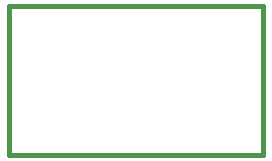
<source format=gbr>
G04 (created by PCBNEW-RS274X (2012-01-18 BZR 3371)-testing) date Sun 05 Feb 2012 03:30:10 PM EST*
G01*
G70*
G90*
%MOIN*%
G04 Gerber Fmt 3.4, Leading zero omitted, Abs format*
%FSLAX34Y34*%
G04 APERTURE LIST*
%ADD10C,0.006000*%
%ADD11C,0.015000*%
G04 APERTURE END LIST*
G54D10*
G54D11*
X24140Y-17180D02*
X15650Y-17180D01*
X15650Y-12220D02*
X24140Y-12220D01*
X15650Y-12220D02*
X15650Y-17180D01*
X24140Y-17180D02*
X24140Y-12220D01*
M02*

</source>
